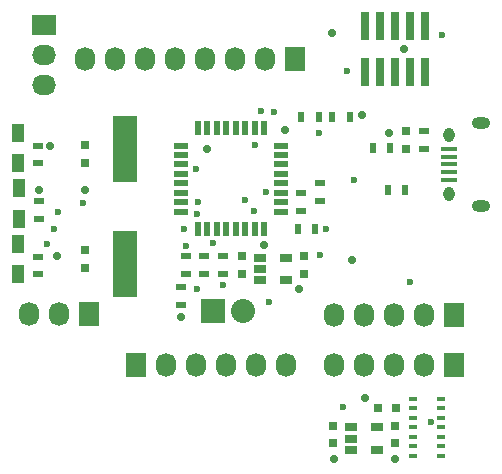
<source format=gts>
G04 #@! TF.FileFunction,Soldermask,Top*
%FSLAX46Y46*%
G04 Gerber Fmt 4.6, Leading zero omitted, Abs format (unit mm)*
G04 Created by KiCad (PCBNEW 4.0.5) date Thursday, January 05, 2017 'PMt' 10:01:30 PM*
%MOMM*%
%LPD*%
G01*
G04 APERTURE LIST*
%ADD10C,0.150000*%
%ADD11R,0.500000X0.900000*%
%ADD12R,2.100580X5.600700*%
%ADD13R,1.060000X0.650000*%
%ADD14R,1.200000X0.600000*%
%ADD15R,0.600000X1.200000*%
%ADD16R,0.750000X0.350000*%
%ADD17R,0.900000X0.500000*%
%ADD18R,1.727200X2.032000*%
%ADD19O,1.727200X2.032000*%
%ADD20R,2.032000X2.032000*%
%ADD21O,2.032000X2.032000*%
%ADD22R,1.350000X0.400000*%
%ADD23O,0.950000X1.250000*%
%ADD24O,1.550000X1.000000*%
%ADD25R,0.760000X2.400000*%
%ADD26R,0.750000X0.800000*%
%ADD27R,0.800000X0.750000*%
%ADD28R,1.000000X1.500000*%
%ADD29R,2.032000X1.727200*%
%ADD30O,2.032000X1.727200*%
%ADD31C,0.600000*%
%ADD32C,0.700000*%
G04 APERTURE END LIST*
D10*
D11*
X130200000Y-110050000D03*
X128700000Y-110050000D03*
D12*
X111150000Y-112802280D03*
X111150000Y-122500000D03*
D13*
X130300000Y-136350000D03*
X130300000Y-137300000D03*
X130300000Y-138250000D03*
X132500000Y-138250000D03*
X132500000Y-136350000D03*
X122600000Y-122000000D03*
X122600000Y-122950000D03*
X122600000Y-123900000D03*
X124800000Y-123900000D03*
X124800000Y-122000000D03*
D14*
X115900000Y-112500000D03*
X115900000Y-113300000D03*
X115900000Y-114100000D03*
X115900000Y-114900000D03*
X115900000Y-115700000D03*
X115900000Y-116500000D03*
X115900000Y-117300000D03*
X115900000Y-118100000D03*
D15*
X117350000Y-119550000D03*
X118150000Y-119550000D03*
X118950000Y-119550000D03*
X119750000Y-119550000D03*
X120550000Y-119550000D03*
X121350000Y-119550000D03*
X122150000Y-119550000D03*
X122950000Y-119550000D03*
D14*
X124400000Y-118100000D03*
X124400000Y-117300000D03*
X124400000Y-116500000D03*
X124400000Y-115700000D03*
X124400000Y-114900000D03*
X124400000Y-114100000D03*
X124400000Y-113300000D03*
X124400000Y-112500000D03*
D15*
X122950000Y-111050000D03*
X122150000Y-111050000D03*
X121350000Y-111050000D03*
X120550000Y-111050000D03*
X119750000Y-111050000D03*
X118950000Y-111050000D03*
X118150000Y-111050000D03*
X117350000Y-111050000D03*
D16*
X137950000Y-138750000D03*
X137950000Y-137950000D03*
X137950000Y-137150000D03*
X137950000Y-136350000D03*
X137950000Y-135550000D03*
X137950000Y-134750000D03*
X137950000Y-133950000D03*
X135550000Y-133950000D03*
X135550000Y-134750000D03*
X135550000Y-135550000D03*
X135550000Y-136350000D03*
X135550000Y-137150000D03*
X135550000Y-137950000D03*
X135550000Y-138750000D03*
D17*
X119500000Y-121850000D03*
X119500000Y-123350000D03*
X117900000Y-121850000D03*
X117900000Y-123350000D03*
X103800000Y-112500000D03*
X103800000Y-114000000D03*
X103900000Y-117200000D03*
X103900000Y-118700000D03*
X103800000Y-121900000D03*
X103800000Y-123400000D03*
X136500000Y-112800000D03*
X136500000Y-111300000D03*
D11*
X133650000Y-112700000D03*
X132150000Y-112700000D03*
D17*
X115950000Y-126000000D03*
X115950000Y-124500000D03*
X116300000Y-123350000D03*
X116300000Y-121850000D03*
D11*
X127600000Y-110050000D03*
X126100000Y-110050000D03*
X125800000Y-119600000D03*
X127300000Y-119600000D03*
D17*
X126050000Y-118000000D03*
X126050000Y-116500000D03*
X127650000Y-117200000D03*
X127650000Y-115700000D03*
D18*
X112080000Y-131100000D03*
D19*
X114620000Y-131100000D03*
X117160000Y-131100000D03*
X119700000Y-131100000D03*
X122240000Y-131100000D03*
X124780000Y-131100000D03*
D20*
X118610000Y-126500000D03*
D21*
X121150000Y-126500000D03*
D22*
X138587460Y-115400900D03*
X138587460Y-114750900D03*
X138587460Y-114100900D03*
X138587460Y-113450900D03*
X138587460Y-112800900D03*
D23*
X138587460Y-116600900D03*
X138587460Y-111600900D03*
D24*
X141287460Y-117600900D03*
X141287460Y-110600900D03*
D18*
X108140000Y-126750000D03*
D19*
X105600000Y-126750000D03*
X103060000Y-126750000D03*
D25*
X136540000Y-102350000D03*
X135270000Y-102350000D03*
X134000000Y-102350000D03*
X132730000Y-102350000D03*
X131460000Y-102350000D03*
X131460000Y-106250000D03*
X132730000Y-106250000D03*
X134000000Y-106250000D03*
X135270000Y-106250000D03*
X136540000Y-106250000D03*
D18*
X139020000Y-131100000D03*
D19*
X136480000Y-131100000D03*
X133940000Y-131100000D03*
X131400000Y-131100000D03*
X128860000Y-131100000D03*
D26*
X134050000Y-136200000D03*
X134050000Y-137700000D03*
X128750000Y-136200000D03*
X128750000Y-137700000D03*
X126350000Y-121850000D03*
X126350000Y-123350000D03*
X121050000Y-121850000D03*
X121050000Y-123350000D03*
X134950000Y-111300000D03*
X134950000Y-112800000D03*
X107800000Y-122850000D03*
X107800000Y-121350000D03*
X107800000Y-112450000D03*
X107800000Y-113950000D03*
D27*
X134100000Y-134750000D03*
X132600000Y-134750000D03*
D28*
X102100000Y-123400000D03*
X102100000Y-120800000D03*
X102200000Y-118700000D03*
X102200000Y-116100000D03*
X102100000Y-114000000D03*
X102100000Y-111400000D03*
D18*
X139030000Y-126850000D03*
D19*
X136490000Y-126850000D03*
X133950000Y-126850000D03*
X131410000Y-126850000D03*
X128870000Y-126850000D03*
D18*
X125590000Y-105200000D03*
D19*
X123050000Y-105200000D03*
X120510000Y-105200000D03*
X117970000Y-105200000D03*
X115430000Y-105200000D03*
X112890000Y-105200000D03*
X110350000Y-105200000D03*
X107810000Y-105200000D03*
D29*
X104300000Y-102260000D03*
D30*
X104300000Y-104800000D03*
X104300000Y-107340000D03*
D11*
X134900000Y-116250000D03*
X133400000Y-116250000D03*
D31*
X116300000Y-121000000D03*
X123350000Y-125750000D03*
D32*
X104839159Y-112550000D03*
D31*
X137050000Y-135900000D03*
D32*
X134050000Y-139000000D03*
X128850000Y-139000000D03*
X131500000Y-133850000D03*
X130400000Y-122200000D03*
X122900000Y-120900000D03*
X118150000Y-112800000D03*
X134770000Y-104300000D03*
X131250000Y-109900000D03*
X133550000Y-111450000D03*
X107800000Y-116250000D03*
X105450000Y-121850000D03*
X103900000Y-116300000D03*
X125900000Y-124600000D03*
X115950000Y-127000000D03*
X124750000Y-111150000D03*
X128700000Y-103000000D03*
D31*
X127700000Y-121800000D03*
X138050000Y-103100000D03*
X129639880Y-134596740D03*
X118600000Y-120750000D03*
X104550000Y-120800000D03*
X116125467Y-119557919D03*
X105150000Y-119550000D03*
X105521158Y-118097143D03*
X117300000Y-118250000D03*
X128200000Y-119600000D03*
X123150000Y-116400000D03*
X117193980Y-114495737D03*
X130000000Y-106150000D03*
X123744819Y-109648418D03*
X121300000Y-117100000D03*
X122707776Y-109607482D03*
X122100000Y-118050000D03*
X107572927Y-117343134D03*
X117350000Y-117300000D03*
X130600000Y-115400000D03*
X117256664Y-124650774D03*
X119450000Y-124300000D03*
X122144062Y-112455669D03*
X127600000Y-111400000D03*
X135300000Y-124050000D03*
M02*

</source>
